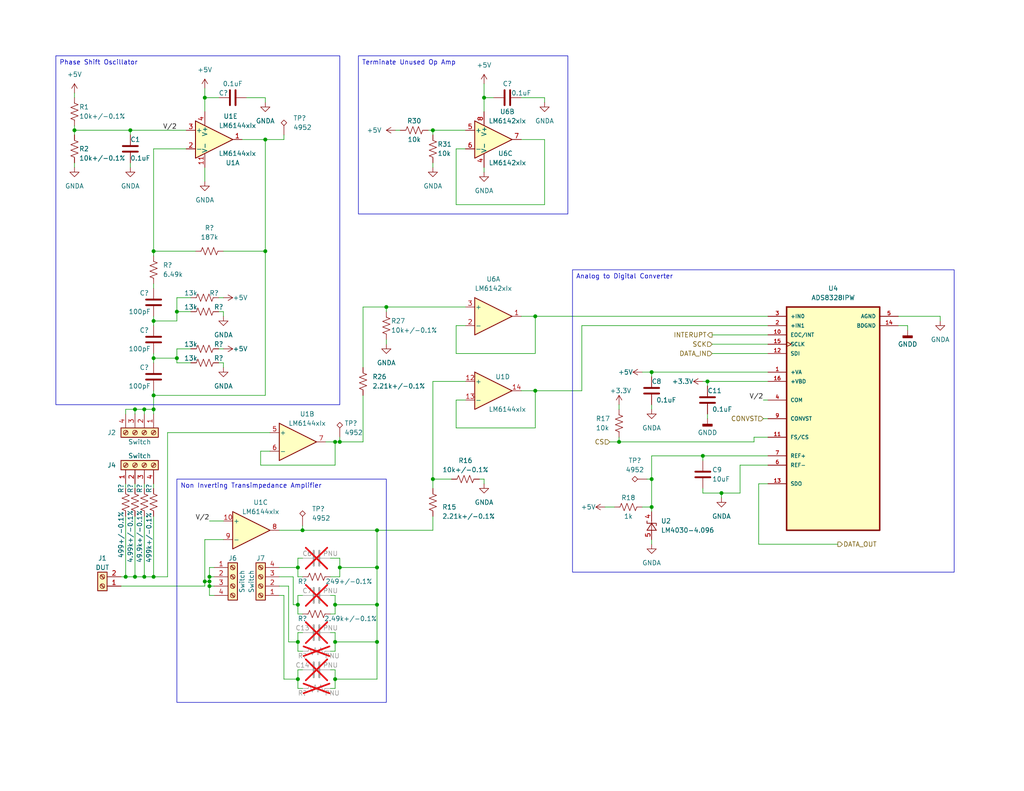
<source format=kicad_sch>
(kicad_sch (version 20230121) (generator eeschema)
  (paper "A")
  (title_block (title "LCR Meter Analog Front End") (date "2023-12-20") (rev "1") (comment 1 "All resistors are 1% tolerance unless shown otherwire.") (comment 2 "Marek Newton"))
  (lib_symbols
    (symbol "Amplifier_Operational:LM6142xIx" (pin_names (offset 0.127))
      (property "Reference" "U" (at 0 5.08 0))
      (property "Value" "LM6142xIx" (at 0 -5.08 0))
      (symbol "LM6142xIx_1_1"
        (pin output line (at 7.62 0 180) (length 2.54) (name "~") (number "1"))
        (pin input line (at -7.62 -2.54 0) (length 2.54) (name "-") (number "2"))
        (pin input line (at -7.62 2.54 0) (length 2.54) (name "+") (number "3"))
      )
      (symbol "LM6142xIx_2_1"
        (pin input line (at -7.62 2.54 0) (length 2.54) (name "+") (number "5"))
        (pin input line (at -7.62 -2.54 0) (length 2.54) (name "-") (number "6"))
        (pin output line (at 7.62 0 180) (length 2.54) (name "~") (number "7"))
      )
      (symbol "LM6142xIx_3_1"
        (pin power_in line (at -2.54 -7.62 90) (length 3.81) (name "V-") (number "4"))
        (pin power_in line (at -2.54 7.62 270) (length 3.81) (name "V+") (number "8"))
      )
    )
    (symbol "Amplifier_Operational:LM6144xIx" (pin_names (offset 0.127))
      (property "Reference" "U" (at 0 5.08 0))
      (property "Value" "LM6144xIx" (at 0 -5.08 0))
      (symbol "LM6144xIx_1_1"
        (pin output line (at 7.62 0 180) (length 2.54) (name "~") (number "1"))
        (pin input line (at -7.62 -2.54 0) (length 2.54) (name "-") (number "2"))
        (pin input line (at -7.62 2.54 0) (length 2.54) (name "+") (number "3"))
      )
      (symbol "LM6144xIx_2_1"
        (pin input line (at -7.62 2.54 0) (length 2.54) (name "+") (number "5"))
        (pin input line (at -7.62 -2.54 0) (length 2.54) (name "-") (number "6"))
        (pin output line (at 7.62 0 180) (length 2.54) (name "~") (number "7"))
      )
      (symbol "LM6144xIx_3_1"
        (pin input line (at -7.62 2.54 0) (length 2.54) (name "+") (number "10"))
        (pin output line (at 7.62 0 180) (length 2.54) (name "~") (number "8"))
        (pin input line (at -7.62 -2.54 0) (length 2.54) (name "-") (number "9"))
      )
      (symbol "LM6144xIx_4_1"
        (pin input line (at -7.62 2.54 0) (length 2.54) (name "+") (number "12"))
        (pin input line (at -7.62 -2.54 0) (length 2.54) (name "-") (number "13"))
        (pin output line (at 7.62 0 180) (length 2.54) (name "~") (number "14"))
      )
      (symbol "LM6144xIx_5_1"
        (pin power_in line (at -2.54 -7.62 90) (length 3.81) (name "V-") (number "11"))
        (pin power_in line (at -2.54 7.62 270) (length 3.81) (name "V+") (number "4"))
      )
    )
    (symbol "Connector:Screw_Terminal_01x02" (pin_names (offset 1.016) hide)
      (property "Reference" "J" (at 0 2.54 0))
      (property "Value" "Screw_Terminal_01x02" (at 0 -5.08 0))
      (symbol "Screw_Terminal_01x02_1_1"
        (pin passive line (at -5.08 0 0) (length 3.81) (name "Pin_1") (number "1"))
        (pin passive line (at -5.08 -2.54 0) (length 3.81) (name "Pin_2") (number "2"))
      )
    )
    (symbol "Connector:Screw_Terminal_01x04" (pin_names (offset 1.016) hide)
      (property "Reference" "J" (at 0 5.08 0))
      (property "Value" "Screw_Terminal_01x04" (at 0 -7.62 0))
      (symbol "Screw_Terminal_01x04_1_1"
        (pin passive line (at -5.08 2.54 0) (length 3.81) (name "Pin_1") (number "1"))
        (pin passive line (at -5.08 0 0) (length 3.81) (name "Pin_2") (number "2"))
        (pin passive line (at -5.08 -2.54 0) (length 3.81) (name "Pin_3") (number "3"))
        (pin passive line (at -5.08 -5.08 0) (length 3.81) (name "Pin_4") (number "4"))
      )
    )
    (symbol "Connector:TestPoint_Alt" (pin_numbers hide) (pin_names (offset 0.762) hide)
      (property "Reference" "TP" (at 0 6.858 0))
      (property "Value" "TestPoint_Alt" (at 0 5.08 0))
      (symbol "TestPoint_Alt_1_1"
        (pin passive line (at 0 0 90) (length 2.54) (name "1") (number "1"))
      )
    )
    (symbol "Device:C" (pin_numbers hide) (pin_names (offset 0.254))
      (property "Reference" "C" (at 0.635 2.54 0))
      (property "Value" "C" (at 0.635 -2.54 0))
      (symbol "C_1_1"
        (pin passive line (at 0 3.81 270) (length 2.794) (name "~") (number "1"))
        (pin passive line (at 0 -3.81 90) (length 2.794) (name "~") (number "2"))
      )
    )
    (symbol "Device:R_US" (pin_numbers hide) (pin_names (offset 0))
      (property "Reference" "R" (at 2.54 0 90))
      (property "Value" "R_US" (at -2.54 0 90))
      (symbol "R_US_1_1"
        (pin passive line (at 0 3.81 270) (length 1.27) (name "~") (number "1"))
        (pin passive line (at 0 -3.81 90) (length 1.27) (name "~") (number "2"))
      )
    )
    (symbol "LCR_parts:ADS8328IPW" (pin_names (offset 1.016))
      (property "Reference" "U" (at -12.7 31.48 0))
      (property "Value" "ADS8328IPW" (at -12.7 -34.48 0))
      (symbol "ADS8328IPW_0_0"
        (pin input line (at -17.78 22.86 0) (length 5.08) (name "EOC/INT") (number "10"))
        (pin bidirectional line (at -17.78 -5.08 0) (length 5.08) (name "FS/CS") (number "11"))
        (pin input line (at -17.78 17.78 0) (length 5.08) (name "SDI") (number "12"))
        (pin bidirectional line (at -17.78 -17.78 0) (length 5.08) (name "SDO") (number "13"))
        (pin power_in line (at 17.78 25.4 180) (length 5.08) (name "BDGND") (number "14"))
        (pin input clock (at -17.78 20.32 0) (length 5.08) (name "SCLK") (number "15"))
        (pin input line (at -17.78 25.4 0) (length 5.08) (name "+IN1") (number "2"))
        (pin input line (at -17.78 27.94 0) (length 5.08) (name "+IN0") (number "3"))
        (pin bidirectional line (at -17.78 5.08 0) (length 5.08) (name "COM") (number "4"))
        (pin power_in line (at 17.78 27.94 180) (length 5.08) (name "AGND") (number "5"))
        (pin bidirectional line (at -17.78 -10.16 0) (length 5.08) (name "REF+") (number "7"))
        (pin bidirectional line (at -17.78 0 0) (length 5.08) (name "CONVST") (number "9"))
      )
      (symbol "ADS8328IPW_1_0"
        (pin input line (at -17.78 12.7 0) (length 5.08) (name "+VA") (number "1"))
        (pin input line (at -17.78 10.16 0) (length 5.08) (name "+VBD") (number "16"))
        (pin input line (at -17.78 -12.7 0) (length 5.08) (name "REF-") (number "6"))
      )
    )
    (symbol "Reference_Voltage:LM4030-4.096" (pin_names (offset 0.0254) hide)
      (property "Reference" "U" (at 0 2.54 0))
      (property "Value" "LM4030-4.096" (at 0 -3.175 0))
      (symbol "LM4030-4.096_1_1"
        (pin passive line (at 3.81 0 180) (length 2.54) (name "K") (number "4"))
        (pin passive line (at -3.81 0 0) (length 2.54) (name "A") (number "5"))
      )
    )
    (symbol "power:+3.3V" (power) (pin_names (offset 0))
      (property "Value" "+3.3V" (at 0 3.556 0))
      (symbol "+3.3V_1_1"
        (pin power_in line (at 0 0 90) (length 0) hide (name "+3.3V") (number "1"))
      )
    )
    (symbol "power:+5V" (power) (pin_names (offset 0))
      (property "Value" "+5V" (at 0 3.556 0))
      (symbol "+5V_1_1"
        (pin power_in line (at 0 0 90) (length 0) hide (name "+5V") (number "1"))
      )
    )
    (symbol "power:GNDA" (power) (pin_names (offset 0))
      (property "Value" "GNDA" (at 0 -3.81 0))
      (symbol "GNDA_1_1"
        (pin power_in line (at 0 0 270) (length 0) hide (name "GNDA") (number "1"))
      )
    )
    (symbol "power:GNDD" (power) (pin_names (offset 0))
      (property "Value" "GNDD" (at 0 -3.175 0))
      (symbol "GNDD_1_1"
        (pin power_in line (at 0 0 270) (length 0) hide (name "GNDD") (number "1"))
      )
    )
  )
  (junction (at 102.87 175.26))
  (junction (at 48.26 85.09))
  (junction (at 132.08 26.67))
  (junction (at 41.91 111.76))
  (junction (at 39.37 157.48))
  (junction (at 34.29 157.48))
  (junction (at 36.83 157.48))
  (junction (at 92.71 154.94))
  (junction (at 92.71 120.65))
  (junction (at 102.87 144.78))
  (junction (at 105.41 83.82))
  (junction (at 20.32 35.56))
  (junction (at 41.91 97.79))
  (junction (at 57.15 158.75))
  (junction (at 191.77 124.46))
  (junction (at 146.05 106.68))
  (junction (at 36.83 111.76))
  (junction (at 72.39 68.58))
  (junction (at 48.26 97.79))
  (junction (at 57.15 157.48))
  (junction (at 118.11 35.56))
  (junction (at 41.91 107.95))
  (junction (at 81.28 154.94))
  (junction (at 41.91 87.63))
  (junction (at 102.87 165.1))
  (junction (at 35.56 35.56))
  (junction (at 102.87 154.94))
  (junction (at 39.37 111.76))
  (junction (at 177.8 130.81))
  (junction (at 91.44 120.65))
  (junction (at 41.91 157.48))
  (junction (at 177.8 138.43))
  (junction (at 55.88 158.75))
  (junction (at 177.8 101.6))
  (junction (at 193.04 104.14))
  (junction (at 91.44 165.1))
  (junction (at 81.28 185.42))
  (junction (at 118.11 130.81))
  (junction (at 91.44 175.26))
  (junction (at 72.39 38.1))
  (junction (at 146.05 86.36))
  (junction (at 168.91 120.65))
  (junction (at 81.28 175.26))
  (junction (at 82.55 144.78))
  (junction (at 196.85 134.62))
  (junction (at 41.91 68.58))
  (junction (at 57.15 160.02))
  (junction (at 81.28 165.1))
  (junction (at 91.44 185.42))
  (junction (at 55.88 26.67))
  (wire (pts (xy 81.28 172.72) (xy 82.55 172.72)))
  (wire (pts (xy 41.91 40.64) (xy 41.91 68.58)))
  (wire (pts (xy 245.11 86.36) (xy 256.54 86.36)))
  (wire (pts (xy 193.04 113.03) (xy 193.04 114.3)))
  (wire (pts (xy 90.17 162.56) (xy 91.44 162.56)))
  (wire (pts (xy 41.91 68.58) (xy 41.91 69.85)))
  (wire (pts (xy 35.56 44.45) (xy 35.56 45.72)))
  (wire (pts (xy 91.44 165.1) (xy 91.44 167.64)))
  (wire (pts (xy 34.29 113.03) (xy 34.29 111.76)))
  (wire (pts (xy 142.24 106.68) (xy 146.05 106.68)))
  (wire (pts (xy 99.06 120.65) (xy 99.06 107.95)))
  (wire (pts (xy 72.39 68.58) (xy 72.39 38.1)))
  (wire (pts (xy 90.17 172.72) (xy 91.44 172.72)))
  (wire (pts (xy 207.01 148.59) (xy 228.6 148.59)))
  (wire (pts (xy 124.46 96.52) (xy 146.05 96.52)))
  (wire (pts (xy 127 88.9) (xy 124.46 88.9)))
  (wire (pts (xy 177.8 138.43) (xy 177.8 130.81)))
  (wire (pts (xy 175.26 138.43) (xy 177.8 138.43)))
  (wire (pts (xy 66.04 38.1) (xy 72.39 38.1)))
  (wire (pts (xy 146.05 106.68) (xy 158.75 106.68)))
  (wire (pts (xy 102.87 185.42) (xy 102.87 175.26)))
  (wire (pts (xy 39.37 157.48) (xy 36.83 157.48)))
  (wire (pts (xy 118.11 35.56) (xy 118.11 36.83)))
  (wire (pts (xy 92.71 152.4) (xy 92.71 154.94)))
  (wire (pts (xy 57.15 160.02) (xy 57.15 162.56)))
  (wire (pts (xy 71.12 123.19) (xy 71.12 127)))
  (wire (pts (xy 193.04 104.14) (xy 209.55 104.14)))
  (wire (pts (xy 91.44 175.26) (xy 91.44 177.8)))
  (wire (pts (xy 55.88 45.72) (xy 55.88 49.53)))
  (wire (pts (xy 48.26 97.79) (xy 48.26 95.25)))
  (wire (pts (xy 41.91 96.52) (xy 41.91 97.79)))
  (wire (pts (xy 57.15 158.75) (xy 57.15 160.02)))
  (wire (pts (xy 209.55 119.38) (xy 205.74 119.38)))
  (wire (pts (xy 41.91 68.58) (xy 53.34 68.58)))
  (wire (pts (xy 34.29 157.48) (xy 36.83 157.48)))
  (wire (pts (xy 205.74 120.65) (xy 205.74 119.38)))
  (wire (pts (xy 41.91 87.63) (xy 41.91 88.9)))
  (wire (pts (xy 90.17 187.96) (xy 91.44 187.96)))
  (wire (pts (xy 78.74 160.02) (xy 78.74 175.26)))
  (wire (pts (xy 39.37 111.76) (xy 36.83 111.76)))
  (wire (pts (xy 201.93 127) (xy 209.55 127)))
  (wire (pts (xy 55.88 147.32) (xy 60.96 147.32)))
  (wire (pts (xy 81.28 152.4) (xy 82.55 152.4)))
  (wire (pts (xy 52.07 85.09) (xy 48.26 85.09)))
  (wire (pts (xy 72.39 38.1) (xy 77.47 38.1)))
  (wire (pts (xy 41.91 97.79) (xy 48.26 97.79)))
  (wire (pts (xy 177.8 124.46) (xy 191.77 124.46)))
  (wire (pts (xy 148.59 38.1) (xy 142.24 38.1)))
  (wire (pts (xy 57.15 157.48) (xy 57.15 158.75)))
  (wire (pts (xy 82.55 144.78) (xy 102.87 144.78)))
  (wire (pts (xy 72.39 68.58) (xy 72.39 107.95)))
  (wire (pts (xy 194.31 91.44) (xy 209.55 91.44)))
  (wire (pts (xy 207.01 132.08) (xy 207.01 148.59)))
  (wire (pts (xy 81.28 182.88) (xy 81.28 185.42)))
  (wire (pts (xy 146.05 86.36) (xy 142.24 86.36)))
  (wire (pts (xy 48.26 87.63) (xy 48.26 85.09)))
  (wire (pts (xy 39.37 157.48) (xy 41.91 157.48)))
  (wire (pts (xy 76.2 157.48) (xy 80.01 157.48)))
  (wire (pts (xy 91.44 185.42) (xy 91.44 187.96)))
  (wire (pts (xy 57.15 142.24) (xy 60.96 142.24)))
  (wire (pts (xy 20.32 34.29) (xy 20.32 35.56)))
  (wire (pts (xy 99.06 83.82) (xy 99.06 100.33)))
  (wire (pts (xy 34.29 111.76) (xy 36.83 111.76)))
  (wire (pts (xy 102.87 154.94) (xy 102.87 165.1)))
  (wire (pts (xy 91.44 185.42) (xy 102.87 185.42)))
  (wire (pts (xy 105.41 83.82) (xy 105.41 85.09)))
  (wire (pts (xy 41.91 77.47) (xy 41.91 78.74)))
  (wire (pts (xy 71.12 127) (xy 91.44 127)))
  (wire (pts (xy 82.55 167.64) (xy 81.28 167.64)))
  (wire (pts (xy 55.88 24.13) (xy 55.88 26.67)))
  (wire (pts (xy 124.46 88.9) (xy 124.46 96.52)))
  (wire (pts (xy 81.28 162.56) (xy 81.28 165.1)))
  (wire (pts (xy 35.56 35.56) (xy 35.56 36.83)))
  (wire (pts (xy 41.91 87.63) (xy 48.26 87.63)))
  (wire (pts (xy 59.69 81.28) (xy 60.96 81.28)))
  (wire (pts (xy 81.28 177.8) (xy 82.55 177.8)))
  (wire (pts (xy 92.71 119.38) (xy 92.71 120.65)))
  (wire (pts (xy 247.65 88.9) (xy 247.65 90.17)))
  (wire (pts (xy 148.59 26.67) (xy 148.59 27.94)))
  (wire (pts (xy 48.26 85.09) (xy 48.26 81.28)))
  (wire (pts (xy 41.91 106.68) (xy 41.91 107.95)))
  (wire (pts (xy 41.91 132.08) (xy 41.91 133.35)))
  (wire (pts (xy 132.08 45.72) (xy 132.08 46.99)))
  (wire (pts (xy 59.69 99.06) (xy 60.96 99.06)))
  (wire (pts (xy 81.28 165.1) (xy 81.28 167.64)))
  (wire (pts (xy 78.74 175.26) (xy 81.28 175.26)))
  (wire (pts (xy 35.56 35.56) (xy 50.8 35.56)))
  (wire (pts (xy 36.83 140.97) (xy 36.83 157.48)))
  (wire (pts (xy 90.17 152.4) (xy 92.71 152.4)))
  (wire (pts (xy 45.72 157.48) (xy 45.72 118.11)))
  (wire (pts (xy 39.37 113.03) (xy 39.37 111.76)))
  (wire (pts (xy 81.28 175.26) (xy 81.28 177.8)))
  (wire (pts (xy 124.46 55.88) (xy 148.59 55.88)))
  (wire (pts (xy 92.71 154.94) (xy 102.87 154.94)))
  (wire (pts (xy 41.91 86.36) (xy 41.91 87.63)))
  (wire (pts (xy 177.8 110.49) (xy 177.8 111.76)))
  (wire (pts (xy 57.15 157.48) (xy 58.42 157.48)))
  (wire (pts (xy 76.2 154.94) (xy 81.28 154.94)))
  (wire (pts (xy 48.26 95.25) (xy 52.07 95.25)))
  (wire (pts (xy 127 83.82) (xy 105.41 83.82)))
  (wire (pts (xy 105.41 92.71) (xy 105.41 93.98)))
  (wire (pts (xy 193.04 104.14) (xy 193.04 105.41)))
  (wire (pts (xy 168.91 120.65) (xy 205.74 120.65)))
  (wire (pts (xy 177.8 101.6) (xy 177.8 102.87)))
  (wire (pts (xy 77.47 185.42) (xy 81.28 185.42)))
  (wire (pts (xy 55.88 158.75) (xy 55.88 147.32)))
  (wire (pts (xy 20.32 44.45) (xy 20.32 45.72)))
  (wire (pts (xy 142.24 26.67) (xy 148.59 26.67)))
  (wire (pts (xy 91.44 127) (xy 91.44 120.65)))
  (wire (pts (xy 118.11 144.78) (xy 118.11 140.97)))
  (wire (pts (xy 77.47 38.1) (xy 77.47 36.83)))
  (wire (pts (xy 36.83 111.76) (xy 36.83 113.03)))
  (wire (pts (xy 48.26 81.28) (xy 52.07 81.28)))
  (wire (pts (xy 41.91 113.03) (xy 41.91 111.76)))
  (wire (pts (xy 90.17 182.88) (xy 91.44 182.88)))
  (wire (pts (xy 91.44 120.65) (xy 92.71 120.65)))
  (wire (pts (xy 102.87 144.78) (xy 102.87 154.94)))
  (wire (pts (xy 209.55 132.08) (xy 207.01 132.08)))
  (wire (pts (xy 41.91 107.95) (xy 41.91 111.76)))
  (wire (pts (xy 92.71 154.94) (xy 92.71 157.48)))
  (wire (pts (xy 90.17 157.48) (xy 92.71 157.48)))
  (wire (pts (xy 36.83 132.08) (xy 36.83 133.35)))
  (wire (pts (xy 245.11 88.9) (xy 247.65 88.9)))
  (wire (pts (xy 73.66 123.19) (xy 71.12 123.19)))
  (wire (pts (xy 124.46 109.22) (xy 124.46 116.84)))
  (wire (pts (xy 158.75 106.68) (xy 158.75 88.9)))
  (wire (pts (xy 209.55 93.98) (xy 194.31 93.98)))
  (wire (pts (xy 146.05 116.84) (xy 146.05 106.68)))
  (wire (pts (xy 132.08 22.86) (xy 132.08 26.67)))
  (wire (pts (xy 41.91 111.76) (xy 39.37 111.76)))
  (wire (pts (xy 191.77 124.46) (xy 191.77 125.73)))
  (wire (pts (xy 124.46 40.64) (xy 124.46 55.88)))
  (wire (pts (xy 132.08 26.67) (xy 132.08 30.48)))
  (wire (pts (xy 148.59 55.88) (xy 148.59 38.1)))
  (wire (pts (xy 45.72 118.11) (xy 73.66 118.11)))
  (wire (pts (xy 107.95 35.56) (xy 109.22 35.56)))
  (wire (pts (xy 91.44 182.88) (xy 91.44 185.42)))
  (wire (pts (xy 209.55 101.6) (xy 177.8 101.6)))
  (wire (pts (xy 118.11 130.81) (xy 123.19 130.81)))
  (wire (pts (xy 118.11 133.35) (xy 118.11 130.81)))
  (wire (pts (xy 81.28 185.42) (xy 81.28 187.96)))
  (wire (pts (xy 175.26 101.6) (xy 177.8 101.6)))
  (wire (pts (xy 57.15 162.56) (xy 58.42 162.56)))
  (wire (pts (xy 81.28 157.48) (xy 82.55 157.48)))
  (wire (pts (xy 158.75 88.9) (xy 209.55 88.9)))
  (wire (pts (xy 196.85 134.62) (xy 201.93 134.62)))
  (wire (pts (xy 72.39 27.94) (xy 72.39 26.67)))
  (wire (pts (xy 77.47 162.56) (xy 77.47 185.42)))
  (wire (pts (xy 76.2 160.02) (xy 78.74 160.02)))
  (wire (pts (xy 256.54 86.36) (xy 256.54 87.63)))
  (wire (pts (xy 39.37 140.97) (xy 39.37 157.48)))
  (wire (pts (xy 52.07 99.06) (xy 48.26 99.06)))
  (wire (pts (xy 127 109.22) (xy 124.46 109.22)))
  (wire (pts (xy 67.31 26.67) (xy 72.39 26.67)))
  (wire (pts (xy 50.8 40.64) (xy 41.91 40.64)))
  (wire (pts (xy 60.96 68.58) (xy 72.39 68.58)))
  (wire (pts (xy 55.88 26.67) (xy 59.69 26.67)))
  (wire (pts (xy 165.1 138.43) (xy 167.64 138.43)))
  (wire (pts (xy 124.46 116.84) (xy 146.05 116.84)))
  (wire (pts (xy 177.8 138.43) (xy 177.8 139.7)))
  (wire (pts (xy 209.55 96.52) (xy 194.31 96.52)))
  (wire (pts (xy 177.8 147.32) (xy 177.8 148.59)))
  (wire (pts (xy 118.11 104.14) (xy 127 104.14)))
  (wire (pts (xy 90.17 177.8) (xy 91.44 177.8)))
  (wire (pts (xy 168.91 110.49) (xy 168.91 111.76)))
  (wire (pts (xy 55.88 158.75) (xy 57.15 158.75)))
  (wire (pts (xy 33.02 157.48) (xy 34.29 157.48)))
  (wire (pts (xy 60.96 99.06) (xy 60.96 100.33)))
  (wire (pts (xy 59.69 85.09) (xy 60.96 85.09)))
  (wire (pts (xy 80.01 165.1) (xy 81.28 165.1)))
  (wire (pts (xy 127 40.64) (xy 124.46 40.64)))
  (wire (pts (xy 168.91 119.38) (xy 168.91 120.65)))
  (wire (pts (xy 55.88 26.67) (xy 55.88 30.48)))
  (wire (pts (xy 81.28 157.48) (xy 81.28 154.94)))
  (wire (pts (xy 105.41 83.82) (xy 99.06 83.82)))
  (wire (pts (xy 41.91 107.95) (xy 72.39 107.95)))
  (wire (pts (xy 177.8 130.81) (xy 177.8 124.46)))
  (wire (pts (xy 82.55 143.51) (xy 82.55 144.78)))
  (wire (pts (xy 76.2 144.78) (xy 82.55 144.78)))
  (wire (pts (xy 76.2 162.56) (xy 77.47 162.56)))
  (wire (pts (xy 82.55 187.96) (xy 81.28 187.96)))
  (wire (pts (xy 88.9 120.65) (xy 91.44 120.65)))
  (wire (pts (xy 81.28 182.88) (xy 82.55 182.88)))
  (wire (pts (xy 60.96 85.09) (xy 60.96 86.36)))
  (wire (pts (xy 57.15 154.94) (xy 57.15 157.48)))
  (wire (pts (xy 57.15 160.02) (xy 58.42 160.02)))
  (wire (pts (xy 176.53 130.81) (xy 177.8 130.81)))
  (wire (pts (xy 102.87 144.78) (xy 118.11 144.78)))
  (wire (pts (xy 196.85 134.62) (xy 196.85 135.89)))
  (wire (pts (xy 55.88 160.02) (xy 55.88 158.75)))
  (wire (pts (xy 20.32 35.56) (xy 35.56 35.56)))
  (wire (pts (xy 191.77 133.35) (xy 191.77 134.62)))
  (wire (pts (xy 90.17 167.64) (xy 91.44 167.64)))
  (wire (pts (xy 146.05 96.52) (xy 146.05 86.36)))
  (wire (pts (xy 20.32 25.4) (xy 20.32 26.67)))
  (wire (pts (xy 41.91 140.97) (xy 41.91 157.48)))
  (wire (pts (xy 166.37 120.65) (xy 168.91 120.65)))
  (wire (pts (xy 191.77 134.62) (xy 196.85 134.62)))
  (wire (pts (xy 34.29 140.97) (xy 34.29 157.48)))
  (wire (pts (xy 132.08 130.81) (xy 132.08 132.08)))
  (wire (pts (xy 91.44 172.72) (xy 91.44 175.26)))
  (wire (pts (xy 81.28 172.72) (xy 81.28 175.26)))
  (wire (pts (xy 191.77 124.46) (xy 209.55 124.46)))
  (wire (pts (xy 81.28 154.94) (xy 81.28 152.4)))
  (wire (pts (xy 118.11 44.45) (xy 118.11 45.72)))
  (wire (pts (xy 48.26 99.06) (xy 48.26 97.79)))
  (wire (pts (xy 33.02 160.02) (xy 55.88 160.02)))
  (wire (pts (xy 41.91 97.79) (xy 41.91 99.06)))
  (wire (pts (xy 132.08 26.67) (xy 134.62 26.67)))
  (wire (pts (xy 81.28 162.56) (xy 82.55 162.56)))
  (wire (pts (xy 118.11 35.56) (xy 127 35.56)))
  (wire (pts (xy 59.69 95.25) (xy 60.96 95.25)))
  (wire (pts (xy 130.81 130.81) (xy 132.08 130.81)))
  (wire (pts (xy 58.42 154.94) (xy 57.15 154.94)))
  (wire (pts (xy 146.05 86.36) (xy 209.55 86.36)))
  (wire (pts (xy 80.01 157.48) (xy 80.01 165.1)))
  (wire (pts (xy 191.77 104.14) (xy 193.04 104.14)))
  (wire (pts (xy 208.28 114.3) (xy 209.55 114.3)))
  (wire (pts (xy 91.44 175.26) (xy 102.87 175.26)))
  (wire (pts (xy 102.87 175.26) (xy 102.87 165.1)))
  (wire (pts (xy 34.29 132.08) (xy 34.29 133.35)))
  (wire (pts (xy 118.11 130.81) (xy 118.11 104.14)))
  (wire (pts (xy 39.37 132.08) (xy 39.37 133.35)))
  (wire (pts (xy 116.84 35.56) (xy 118.11 35.56)))
  (wire (pts (xy 20.32 35.56) (xy 20.32 36.83)))
  (wire (pts (xy 201.93 134.62) (xy 201.93 127)))
  (wire (pts (xy 41.91 157.48) (xy 45.72 157.48)))
  (wire (pts (xy 92.71 120.65) (xy 99.06 120.65)))
  (wire (pts (xy 208.28 109.22) (xy 209.55 109.22)))
  (wire (pts (xy 91.44 165.1) (xy 102.87 165.1)))
  (wire (pts (xy 91.44 162.56) (xy 91.44 165.1)))
  (text_box "Phase Shift Oscillator" (at 15.24 15.24 0) (size 77.47 95.25) (effects (font (size 1.27 1.27)) (justify left top)))
  (text_box "Non Inverting Transimpedance Amplifier" (at 48.26 130.81 0) (size 57.15 60.96) (effects (font (size 1.27 1.27)) (justify left top)))
  (text_box "Terminate Unused Op Amp" (at 97.79 15.24 0) (size 57.15 43.18) (effects (font (size 1.27 1.27)) (justify left top)))
  (text_box "Analog to Digital Converter" (at 156.21 73.66 0) (size 104.14 82.55) (effects (font (size 1.27 1.27)) (justify left top)))
  (label "V{slash}2" (at 57.15 142.24 180))
  (label "V{slash}2" (at 44.45 35.56 0))
  (label "V{slash}2" (at 208.28 109.22 180))
  (hierarchical_label "CS" (shape input) (at 166.37 120.65 180))
  (hierarchical_label "CONVST" (shape input) (at 208.28 114.3 180))
  (hierarchical_label "INTERUPT" (shape output) (at 194.31 91.44 180))
  (hierarchical_label "SCK" (shape input) (at 194.31 93.98 180))
  (hierarchical_label "DATA_OUT" (shape output) (at 228.6 148.59 0))
  (hierarchical_label "DATA_IN" (shape input) (at 194.31 96.52 180))
  (symbol (lib_id "Connector:Screw_Terminal_01x04") (at 36.83 127 90) (unit 1)
    (property "Reference" "J4" (at 30.48 127 90))
    (property "Value" "Switch" (at 38.1 124.46 90))
    (property "Footprint" "TerminalBlock_Phoenix:TerminalBlock_Phoenix_MPT-0,5-4-2.54_1x04_P2.54mm_Horizontal" (effects hide))
    (property "Distributor" "DIGIKEY" (effects hide))
    (property "Distributor Part #" "ED10563-ND" (effects hide))
    (property "Part #" "OSTVN04A150" (effects hide))
    (property "Unit Price" "1.64" (effects hide))
  )
  (symbol (lib_id "power:GNDA") (at 55.88 49.53 0) (unit 1)
    (property "Reference" "#PWR05" (effects hide))
    (property "Value" "GNDA" (at 55.88 54.61 0))
  )
  (symbol (lib_id "Device:R_US") (at 20.32 40.64 0) (unit 1)
    (property "Reference" "R2" (at 21.59 40.64 0) (effects (justify left)))
    (property "Value" "10k+/-0.1%" (at 21.59 43.18 0) (effects (justify left)))
    (property "Footprint" "Resistor_SMD:R_0805_2012Metric" (effects hide))
    (property "Distributor" "DIGIKEY" (effects hide))
    (property "Distributor Part #" "P10KDACT-ND" (effects hide))
    (property "Part #" "ERA-6AEB103V" (effects hide))
    (property "Unit Price" "0.32" (effects hide))
  )
  (symbol (lib_id "power:GNDA") (at 60.96 100.33 0) (unit 1)
    (property "Reference" "#PWR09" (effects hide))
    (property "Value" "GNDA" (at 60.96 105.41 0))
  )
  (symbol (lib_id "Reference_Voltage:LM4030-4.096") (at 177.8 143.51 90) (unit 1)
    (property "Reference" "U2" (at 180.34 142.24 90) (effects (justify right)))
    (property "Value" "LM4030-4.096" (at 180.34 144.78 90) (effects (justify right)))
    (property "Footprint" "Package_TO_SOT_SMD:SOT-23-5" (effects hide))
    (property "Datasheet" "http://www.ti.com/lit/ds/symlink/lm4030.pdf" (effects hide))
    (property "Distributor" "DIGIKEY" (effects hide))
    (property "Distributor Part #" "296-41427-1-ND" (effects hide))
    (property "Part #" "LM4030CMF-4.096/NOPB" (effects hide))
    (property "Unit Price" "1.7" (effects hide))
  )
  (symbol (lib_id "Amplifier_Operational:LM6142xIx") (at 134.62 38.1 0) (unit 2)
    (property "Reference" "U6" (at 138.43 30.48 0))
    (property "Value" "LM6142xIx" (at 138.43 33.02 0))
    (property "Footprint" "Package_DIP:DIP-8_W7.62mm" (effects hide))
    (property "Datasheet" "https://www.ti.com/lit/ds/symlink/lm6142.pdf" (effects hide))
    (property "Distributor" "MOUSER" (effects hide))
    (property "Distributor Part #" " 926-LM6142BIN/NOPB " (effects hide))
    (property "Part #" "LM6142BIN/NOPB " (effects hide))
    (property "Unit Price" "5.58" (effects hide))
  )
  (symbol (lib_id "power:GNDA") (at 256.54 87.63 0) (unit 1)
    (property "Reference" "#PWR039" (effects hide))
    (property "Value" "GNDA" (at 256.54 92.71 0))
  )
  (symbol (lib_id "Device:C") (at 63.5 26.67 90) (unit 1)
    (property "Reference" "C?" (at 60.96 25.4 90))
    (property "Value" "0.1uF" (at 63.5 22.86 90))
    (property "Footprint" "Capacitor_SMD:C_0805_2012Metric" (effects hide))
    (property "Distributor" "DIGIKEY" (effects hide))
    (property "Distributor Part #" "1276-1003-1-ND" (effects hide))
    (property "Part #" "CL21B104KBCNNNC" (effects hide))
    (property "Unit Price" "0.1" (effects hide))
    (instances (project "LC_meter" (path "" (reference "C?") (unit 1)) (path "" (reference "C5") (unit 1))))
  )
  (symbol (lib_id "power:+3.3V") (at 168.91 110.49 0) (unit 1)
    (property "Reference" "#PWR018" (effects hide))
    (property "Value" "+3.3V" (at 166.37 106.68 0) (effects (justify left)))
  )
  (symbol (lib_id "power:GNDD") (at 247.65 90.17 0) (unit 1)
    (property "Reference" "#PWR038" (effects hide))
    (property "Value" "GNDD" (at 247.65 93.98 0))
  )
  (symbol (lib_id "Device:C") (at 86.36 152.4 90) (unit 1) (dnp yes)
    (property "Reference" "C6" (at 83.82 151.13 90))
    (property "Value" "PNU" (at 90.17 151.13 90))
    (property "Footprint" "Capacitor_SMD:C_0805_2012Metric" (effects hide))
    (property "Distributor" "N/A" (effects hide))
    (property "Distributor Part #" "N/A" (effects hide))
    (property "Part #" "N/A" (effects hide))
    (property "Price" "N/A" (effects hide))
    (property "Unit Price" "N/A" (effects hide))
  )
  (symbol (lib_id "power:GNDA") (at 132.08 132.08 0) (unit 1)
    (property "Reference" "#PWR016" (effects hide))
    (property "Value" "GNDA" (at 132.08 137.16 0))
  )
  (symbol (lib_id "power:GNDA") (at 20.32 45.72 0) (unit 1)
    (property "Reference" "#PWR02" (effects hide))
    (property "Value" "GNDA" (at 20.32 50.8 0))
  )
  (symbol (lib_id "Device:R_US") (at 118.11 40.64 180) (unit 1)
    (property "Reference" "R31" (at 119.38 39.37 0) (effects (justify right)))
    (property "Value" "10k" (at 119.38 41.91 0) (effects (justify right)))
    (property "Footprint" "Resistor_SMD:R_0805_2012Metric" (effects hide))
    (property "Distributor" "DIGIKEY" (effects hide))
    (property "Distributor Part #" "RMCF0805FT10K0CT-ND" (effects hide))
    (property "Part #" "RMCF0805FT10K0" (effects hide))
    (property "Unit Price" "0.1" (effects hide))
  )
  (symbol (lib_id "Device:R_US") (at 57.15 68.58 90) (unit 1)
    (property "Reference" "R?" (at 57.15 62.23 90))
    (property "Value" "187k" (at 57.15 64.77 90))
    (property "Footprint" "Resistor_SMD:R_0805_2012Metric" (effects hide))
    (property "Distributor" "DIGIKEY" (effects hide))
    (property "Distributor Part #" "738-RMCF0805FT187KCT-ND" (effects hide))
    (property "Part #" "RMCF0805FT187K" (effects hide))
    (property "Unit Price" "0.1" (effects hide))
    (instances (project "LC_meter" (path "" (reference "R?") (unit 1)) (path "" (reference "R12") (unit 1))))
  )
  (symbol (lib_id "Device:C") (at 35.56 40.64 0) (unit 1)
    (property "Reference" "C1" (at 35.56 38.1 0) (effects (justify left)))
    (property "Value" "0.1uF" (at 35.56 43.18 0) (effects (justify left)))
    (property "Footprint" "Capacitor_SMD:C_0805_2012Metric" (effects hide))
    (property "Distributor" "DIGIKEY" (effects hide))
    (property "Distributor Part #" "1276-1003-1-ND" (effects hide))
    (property "Part #" "CL21B104KBCNNNC" (effects hide))
    (property "Unit Price" "0.1" (effects hide))
  )
  (symbol (lib_id "Connector:Screw_Terminal_01x02") (at 27.94 160.02 180) (unit 1)
    (property "Reference" "J1" (at 27.94 152.4 0))
    (property "Value" "DUT" (at 27.94 154.94 0))
    (property "Footprint" "TerminalBlock_Phoenix:TerminalBlock_Phoenix_MPT-0,5-2-2.54_1x02_P2.54mm_Horizontal" (effects hide))
    (property "Distributor" "DIGIKEY" (effects hide))
    (property "Distributor Part #" "ED10561-ND" (effects hide))
    (property "Part #" "OSTVN02A150" (effects hide))
    (property "Unit Price" "1.08" (effects hide))
  )
  (symbol (lib_id "Device:R_US") (at 55.88 85.09 90) (unit 1)
    (property "Reference" "R?" (at 59.69 83.82 90))
    (property "Value" "13k" (at 52.07 83.82 90))
    (property "Footprint" "Resistor_SMD:R_0805_2012Metric" (effects hide))
    (property "Distributor" "DIGIKEY" (effects hide))
    (property "Distributor Part #" "RMCF0805FT13K0CT-ND" (effects hide))
    (property "Part #" "RMCF0805FT13K0" (effects hide))
    (property "Unit Price" "0.1" (effects hide))
    (instances (project "LC_meter" (path "" (reference "R?") (unit 1)) (path "" (reference "R9") (unit 1))))
  )
  (symbol (lib_id "Amplifier_Operational:LM6142xIx") (at 134.62 86.36 0) (unit 1)
    (property "Reference" "U6" (at 134.62 76.2 0))
    (property "Value" "LM6142xIx" (at 134.62 78.74 0))
    (property "Footprint" "Package_DIP:DIP-8_W7.62mm" (effects hide))
    (property "Datasheet" "https://www.ti.com/lit/ds/symlink/lm6142.pdf" (effects hide))
    (property "Distributor" "MOUSER" (effects hide))
    (property "Distributor Part #" " 926-LM6142BIN/NOPB " (effects hide))
    (property "Part #" "LM6142BIN/NOPB " (effects hide))
    (property "Unit Price" "5.58" (effects hide))
  )
  (symbol (lib_id "Amplifier_Operational:LM6144xIx") (at 58.42 38.1 0) (unit 1)
    (property "Reference" "U1" (at 63.5 44.45 0))
    (property "Value" "LM6144xIx" (at 64.77 41.91 0))
    (property "Footprint" "Package_DIP:DIP-14_W7.62mm" (effects hide))
    (property "Datasheet" "https://www.ti.com/lit/ds/symlink/lm6142.pdf" (effects hide))
    (property "Distributor" "DIGIKEY" (effects hide))
    (property "Distributor Part #" "LM6144BIN/NOPB-ND" (effects hide))
    (property "Part #" "LM6144BIN/NOPB" (effects hide))
    (property "Unit Price" "9.01" (effects hide))
  )
  (symbol (lib_id "power:GNDA") (at 196.85 135.89 0) (unit 1)
    (property "Reference" "#PWR025" (effects hide))
    (property "Value" "GNDA" (at 196.85 140.97 0))
  )
  (symbol (lib_id "Device:R_US") (at 113.03 35.56 90) (unit 1)
    (property "Reference" "R30" (at 113.03 33.02 90))
    (property "Value" "10k" (at 113.03 38.1 90))
    (property "Footprint" "Resistor_SMD:R_0805_2012Metric" (effects hide))
    (property "Distributor" "DIGIKEY" (effects hide))
    (property "Distributor Part #" "RMCF0805FT10K0CT-ND" (effects hide))
    (property "Part #" "RMCF0805FT10K0" (effects hide))
    (property "Unit Price" "0.1" (effects hide))
  )
  (symbol (lib_id "power:GNDA") (at 35.56 45.72 0) (unit 1)
    (property "Reference" "#PWR03" (effects hide))
    (property "Value" "GNDA" (at 35.56 50.8 0))
  )
  (symbol (lib_id "Connector:TestPoint_Alt") (at 176.53 130.81 90) (unit 1)
    (property "Reference" "TP?" (at 173.228 125.73 90))
    (property "Value" "4952" (at 173.228 128.27 90))
    (property "Footprint" "Connector_Pin:Pin_D1.2mm_L10.2mm_W2.9mm_FlatFork" (effects hide))
    (property "Distributor" "DIGIKEY" (effects hide))
    (property "Distributor Part #" "36-4952-ND" (effects hide))
    (property "Part #" "4952" (effects hide))
    (property "Unit Price" "0.26" (effects hide))
    (instances (project "LC_meter" (path "" (reference "TP?") (unit 1)) (path "" (reference "TP7") (unit 1))))
  )
  (symbol (lib_id "Amplifier_Operational:LM6142xIx") (at 134.62 38.1 0) (unit 3)
    (property "Reference" "U6" (at 135.89 41.91 0) (effects (justify left)))
    (property "Value" "LM6142xIx" (at 133.35 44.45 0) (effects (justify left)))
    (property "Footprint" "Package_DIP:DIP-8_W7.62mm" (effects hide))
    (property "Datasheet" "https://www.ti.com/lit/ds/symlink/lm6142.pdf" (effects hide))
    (property "Distributor" "MOUSER" (effects hide))
    (property "Distributor Part #" " 926-LM6142BIN/NOPB " (effects hide))
    (property "Part #" "LM6142BIN/NOPB " (effects hide))
    (property "Unit Price" "5.58" (effects hide))
  )
  (symbol (lib_id "Amplifier_Operational:LM6144xIx") (at 58.42 38.1 0) (unit 5)
    (property "Reference" "U1" (at 60.96 31.75 0) (effects (justify left)))
    (property "Value" "LM6144xIx" (at 59.69 34.29 0) (effects (justify left)))
    (property "Footprint" "Package_DIP:DIP-14_W7.62mm" (effects hide))
    (property "Datasheet" "https://www.ti.com/lit/ds/symlink/lm6142.pdf" (effects hide))
    (property "Distributor" "DIGIKEY" (effects hide))
    (property "Distributor Part #" "LM6144BIN/NOPB-ND" (effects hide))
    (property "Part #" "LM6144BIN/NOPB" (effects hide))
    (property "Unit Price" "9.01" (effects hide))
  )
  (symbol (lib_id "Connector:Screw_Terminal_01x04") (at 63.5 157.48 0) (unit 1)
    (property "Reference" "J6" (at 63.5 152.4 0))
    (property "Value" "Switch" (at 66.04 158.75 90))
    (property "Footprint" "TerminalBlock_Phoenix:TerminalBlock_Phoenix_MPT-0,5-4-2.54_1x04_P2.54mm_Horizontal" (effects hide))
    (property "Distributor" "DIGIKEY" (effects hide))
    (property "Distributor Part #" "ED10563-ND" (effects hide))
    (property "Part #" "OSTVN04A150" (effects hide))
    (property "Unit Price" "1.64" (effects hide))
  )
  (symbol (lib_id "Device:R_US") (at 39.37 137.16 0) (unit 1)
    (property "Reference" "R?" (at 38.1 134.62 90) (effects (justify left)))
    (property "Value" "49.9k+/-0.1%" (at 38.1 153.67 90) (effects (justify left)))
    (property "Footprint" "Resistor_SMD:R_0805_2012Metric" (effects hide))
    (property "Distributor" "DIGIKEY" (effects hide))
    (property "Distributor Part #" "P49.9KDACT-ND" (effects hide))
    (property "Part #" "ERA-6AEB4992V" (effects hide))
    (property "Unit Price" "0.32" (effects hide))
    (instances (project "LC_meter" (path "" (reference "R?") (unit 1)) (path "" (reference "R6") (unit 1))))
  )
  (symbol (lib_id "Device:C") (at 193.04 109.22 0) (unit 1)
    (property "Reference" "C11" (at 193.04 106.68 0) (effects (justify left)))
    (property "Value" "0.1uF" (at 194.31 111.76 0) (effects (justify left)))
    (property "Footprint" "Capacitor_SMD:C_0805_2012Metric" (effects hide))
    (property "Distributor" "DIGIKEY" (effects hide))
    (property "Distributor Part #" "1276-1003-1-ND" (effects hide))
    (property "Part #" "CL21B104KBCNNNC" (effects hide))
    (property "Unit Price" "0.1" (effects hide))
  )
  (symbol (lib_id "Device:C") (at 41.91 82.55 180) (unit 1)
    (property "Reference" "C?" (at 39.37 80.01 0))
    (property "Value" "100pF" (at 38.1 85.09 0))
    (property "Footprint" "Capacitor_SMD:C_0805_2012Metric" (effects hide))
    (property "Distributor" "DIGIKEY" (effects hide))
    (property "Distributor Part #" "1276-1261-1-ND" (effects hide))
    (property "Part #" "CL21C101JCANNNC" (effects hide))
    (property "Unit Price" "0.1" (effects hide))
    (instances (project "LC_meter" (path "" (reference "C?") (unit 1)) (path "" (reference "C2") (unit 1))))
  )
  (symbol (lib_id "Device:C") (at 138.43 26.67 90) (unit 1)
    (property "Reference" "C?" (at 138.43 22.86 90))
    (property "Value" "0.1uF" (at 142.24 25.4 90))
    (property "Footprint" "Capacitor_SMD:C_0805_2012Metric" (effects hide))
    (property "Distributor" "DIGIKEY" (effects hide))
    (property "Distributor Part #" "1276-1003-1-ND" (effects hide))
    (property "Part #" "CL21B104KBCNNNC" (effects hide))
    (property "Unit Price" "0.1" (effects hide))
    (instances (project "LC_meter" (path "" (reference "C?") (unit 1)) (path "" (reference "C15") (unit 1))))
  )
  (symbol (lib_id "Device:R_US") (at 55.88 81.28 90) (unit 1)
    (property "Reference" "R?" (at 58.42 80.01 90))
    (property "Value" "13k" (at 52.07 80.01 90))
    (property "Footprint" "Resistor_SMD:R_0805_2012Metric" (effects hide))
    (property "Distributor" "DIGIKEY" (effects hide))
    (property "Distributor Part #" "RMCF0805FT13K0CT-ND" (effects hide))
    (property "Part #" "RMCF0805FT13K0" (effects hide))
    (property "Unit Price" "0.1" (effects hide))
    (instances (project "LC_meter" (path "" (reference "R?") (unit 1)) (path "" (reference "R8") (unit 1))))
  )
  (symbol (lib_id "Device:R_US") (at 20.32 30.48 0) (unit 1)
    (property "Reference" "R1" (at 21.59 29.21 0) (effects (justify left)))
    (property "Value" "10k+/-0.1%" (at 21.59 31.75 0) (effects (justify left)))
    (property "Footprint" "Resistor_SMD:R_0805_2012Metric" (effects hide))
    (property "Distributor" "DIGIKEY" (effects hide))
    (property "Distributor Part #" "P10KDACT-ND" (effects hide))
    (property "Part #" "ERA-6AEB103V" (effects hide))
    (property "Unit Price" "0.32" (effects hide))
  )
  (symbol (lib_id "power:+5V") (at 55.88 24.13 0) (unit 1)
    (property "Reference" "#PWR?" (effects hide))
    (property "Value" "+5V" (at 55.88 19.05 0))
    (instances (project "LC_meter" (path "" (reference "#PWR?") (unit 1)) (path "" (reference "#PWR04") (unit 1))))
  )
  (symbol (lib_id "Connector:Screw_Terminal_01x04") (at 39.37 118.11 270) (unit 1)
    (property "Reference" "J2" (at 30.48 118.11 90))
    (property "Value" "Switch" (at 38.1 120.65 90))
    (property "Footprint" "TerminalBlock_Phoenix:TerminalBlock_Phoenix_MPT-0,5-4-2.54_1x04_P2.54mm_Horizontal" (effects hide))
    (property "Distributor" "DIGIKEY" (effects hide))
    (property "Distributor Part #" "ED10563-ND" (effects hide))
    (property "Part #" "OSTVN04A150" (effects hide))
    (property "Unit Price" "1.64" (effects hide))
  )
  (symbol (lib_id "LCR_parts:ADS8328IPW") (at 227.33 114.3 0) (unit 1)
    (property "Reference" "U4" (at 227.33 78.74 0))
    (property "Value" "ADS8328IPW" (at 227.33 81.28 0))
    (property "Footprint" "Package_SO:TSSOP-16_4.4x5mm_P0.65mm" (effects hide))
    (property "Distributor" "DIGIKEY" (effects hide))
    (property "Distributor Part #" "296-19766-ND" (effects hide))
    (property "Part #" "ADS8328IPW" (effects hide))
    (property "Unit Price" "14.78" (effects hide))
  )
  (symbol (lib_id "Device:R_US") (at 86.36 167.64 90) (unit 1)
    (property "Reference" "R?" (at 83.82 168.91 90) (effects (justify left)))
    (property "Value" "2.49k+/-0.1%" (at 102.87 168.91 90) (effects (justify left)))
    (property "Footprint" "Resistor_SMD:R_0805_2012Metric" (effects hide))
    (property "Distributor" "DIGIKEY" (effects hide))
    (property "Distributor Part #" "13-RP0805BRD072K49LCT-ND" (effects hide))
    (property "Part #" "RP0805BRD072K49L" (effects hide))
    (property "Unit Price" "0.48" (effects hide))
    (instances (project "LC_meter" (path "" (reference "R?") (unit 1)) (path "" (reference "R14") (unit 1))))
  )
  (symbol (lib_id "power:GNDA") (at 118.11 45.72 0) (unit 1)
    (property "Reference" "#PWR056" (effects hide))
    (property "Value" "GNDA" (at 118.11 50.8 0))
  )
  (symbol (lib_id "power:GNDA") (at 177.8 111.76 0) (unit 1)
    (property "Reference" "#PWR020" (effects hide))
    (property "Value" "GNDA" (at 177.8 116.84 0))
  )
  (symbol (lib_id "power:+5V") (at 165.1 138.43 90) (unit 1)
    (property "Reference" "#PWR015" (effects hide))
    (property "Value" "+5V" (at 162.56 138.43 90) (effects (justify left)))
  )
  (symbol (lib_id "Connector:TestPoint_Alt") (at 92.71 119.38 0) (unit 1)
    (property "Reference" "TP?" (at 93.98 115.57 0) (effects (justify left)))
    (property "Value" "4952" (at 93.98 118.11 0) (effects (justify left)))
    (property "Footprint" "Connector_Pin:Pin_D1.2mm_L10.2mm_W2.9mm_FlatFork" (effects hide))
    (property "Distributor" "DIGIKEY" (effects hide))
    (property "Distributor Part #" "36-4952-ND" (effects hide))
    (property "Part #" "4952" (effects hide))
    (property "Unit Price" "0.26" (effects hide))
    (instances (project "LC_meter" (path "" (reference "TP?") (unit 1)) (path "" (reference "TP6") (unit 1))))
  )
  (symbol (lib_id "power:+5V") (at 60.96 81.28 270) (unit 1)
    (property "Reference" "#PWR?" (effects hide))
    (property "Value" "+5V" (at 63.5 81.28 90) (effects (justify left)))
    (instances (project "LC_meter" (path "" (reference "#PWR?") (unit 1)) (path "" (reference "#PWR06") (unit 1))))
  )
  (symbol (lib_id "power:+5V") (at 175.26 101.6 90) (unit 1)
    (property "Reference" "#PWR019" (effects hide))
    (property "Value" "+5V" (at 172.72 101.6 90) (effects (justify left)))
  )
  (symbol (lib_id "Connector:TestPoint_Alt") (at 77.47 36.83 0) (unit 1)
    (property "Reference" "TP?" (at 80.01 32.258 0) (effects (justify left)))
    (property "Value" "4952" (at 80.01 34.798 0) (effects (justify left)))
    (property "Footprint" "Connector_Pin:Pin_D1.2mm_L10.2mm_W2.9mm_FlatFork" (effects hide))
    (property "Distributor" "DIGIKEY" (effects hide))
    (property "Distributor Part #" "36-4952-ND" (effects hide))
    (property "Part #" "4952" (effects hide))
    (property "Unit Price" "0.26" (effects hide))
    (instances (project "LC_meter" (path "" (reference "TP?") (unit 1)) (path "" (reference "TP4") (unit 1))))
  )
  (symbol (lib_id "power:+5V") (at 107.95 35.56 90) (unit 1)
    (property "Reference" "#PWR?" (effects hide))
    (property "Value" "+5V" (at 104.14 35.56 90) (effects (justify left)))
    (instances (project "LC_meter" (path "" (reference "#PWR?") (unit 1)) (path "" (reference "#PWR057") (unit 1))))
  )
  (symbol (lib_id "Device:R_US") (at 105.41 88.9 0) (unit 1)
    (property "Reference" "R27" (at 106.68 87.63 0) (effects (justify left)))
    (property "Value" "10k+/-0.1%" (at 106.68 90.17 0) (effects (justify left)))
    (property "Footprint" "Resistor_SMD:R_0805_2012Metric" (effects hide))
    (property "Distributor" "DIGIKEY" (effects hide))
    (property "Distributor Part #" "P10KDACT-ND" (effects hide))
    (property "Part #" "ERA-6AEB103V" (effects hide))
    (property "Unit Price" "0.32" (effects hide))
  )
  (symbol (lib_id "Device:R_US") (at 118.11 137.16 0) (unit 1)
    (property "Reference" "R15" (at 120.65 138.43 0) (effects (justify left)))
    (property "Value" "2.21k+/-0.1%" (at 120.65 140.97 0) (effects (justify left)))
    (property "Footprint" "Resistor_SMD:R_0805_2012Metric" (effects hide))
    (property "Distributor" "DIGIKEY" (effects hide))
    (property "Distributor Part #" "P2.21KDACT-ND" (effects hide))
    (property "Part #" "ERA-6AEB2211V" (effects hide))
    (property "Unit Price" "0.32" (effects hide))
  )
  (symbol (lib_id "Device:R_US") (at 99.06 104.14 0) (unit 1)
    (property "Reference" "R26" (at 101.6 102.87 0) (effects (justify left)))
    (property "Value" "2.21k+/-0.1%" (at 101.6 105.41 0) (effects (justify left)))
    (property "Footprint" "Resistor_SMD:R_0805_2012Metric" (effects hide))
    (property "Distributor" "DIGIKEY" (effects hide))
    (property "Distributor Part #" "P2.21KDACT-ND" (effects hide))
    (property "Part #" "ERA-6AEB2211V" (effects hide))
    (property "Unit Price" "0.32" (effects hide))
  )
  (symbol (lib_id "Device:R_US") (at 86.36 187.96 90) (unit 1) (dnp yes)
    (property "Reference" "R?" (at 83.82 189.23 90) (effects (justify left)))
    (property "Value" "PNU" (at 92.71 189.23 90) (effects (justify left)))
    (property "Footprint" "Resistor_SMD:R_0805_2012Metric" (effects hide))
    (property "Distributor" "N/A" (effects hide))
    (property "Distributor Part #" "N/A" (effects hide))
    (property "Part #" "N/A" (effects hide))
    (property "Price" "N/A" (effects hide))
    (property "Unit Price" "N/A" (effects hide))
    (instances (project "LC_meter" (path "" (reference "R?") (unit 1)) (path "" (reference "R20") (unit 1))))
  )
  (symbol (lib_id "power:GNDA") (at 148.59 27.94 0) (unit 1)
    (property "Reference" "#PWR054" (effects hide))
    (property "Value" "GNDA" (at 148.59 33.02 0))
  )
  (symbol (lib_id "power:GNDD") (at 193.04 114.3 0) (unit 1)
    (property "Reference" "#PWR?" (effects hide))
    (property "Value" "GNDD" (at 193.04 118.11 0))
    (instances (project "LC_meter" (path "" (reference "#PWR?") (unit 1)) (path "" (reference "#PWR024") (unit 1))))
  )
  (symbol (lib_id "Device:C") (at 177.8 106.68 0) (unit 1)
    (property "Reference" "C8" (at 177.8 104.14 0) (effects (justify left)))
    (property "Value" "0.1uF" (at 179.07 109.22 0) (effects (justify left)))
    (property "Footprint" "Capacitor_SMD:C_0805_2012Metric" (effects hide))
    (property "Distributor" "DIGIKEY" (effects hide))
    (property "Distributor Part #" "1276-1003-1-ND" (effects hide))
    (property "Part #" "CL21B104KBCNNNC" (effects hide))
    (property "Unit Price" "0.1" (effects hide))
  )
  (symbol (lib_id "power:+5V") (at 60.96 95.25 270) (unit 1)
    (property "Reference" "#PWR?" (effects hide))
    (property "Value" "+5V" (at 63.5 95.25 90) (effects (justify left)))
    (instances (project "LC_meter" (path "" (reference "#PWR?") (unit 1)) (path "" (reference "#PWR08") (unit 1))))
  )
  (symbol (lib_id "power:GNDA") (at 105.41 93.98 0) (unit 1)
    (property "Reference" "#PWR055" (effects hide))
    (property "Value" "GNDA" (at 105.41 99.06 0))
  )
  (symbol (lib_id "power:GNDA") (at 60.96 86.36 0) (unit 1)
    (property "Reference" "#PWR07" (effects hide))
    (property "Value" "GNDA" (at 60.96 91.44 0))
  )
  (symbol (lib_id "Device:R_US") (at 41.91 137.16 0) (unit 1)
    (property "Reference" "R?" (at 40.64 134.62 90) (effects (justify left)))
    (property "Value" "499k+/-0.1%" (at 40.64 153.67 90) (effects (justify left)))
    (property "Footprint" "Resistor_SMD:R_0805_2012Metric" (effects hide))
    (property "Distributor" "DIGIKEY" (effects hide))
    (property "Distributor Part #" "RG20P499KBCT-ND" (effects hide))
    (property "Part #" "RG2012P-4993-B-T5" (effects hide))
    (property "Unit Price" "0.48" (effects hide))
    (instances (project "LC_meter" (path "" (reference "R?") (unit 1)) (path "" (reference "R7") (unit 1))))
  )
  (symbol (lib_id "power:+5V") (at 20.32 25.4 0) (unit 1)
    (property "Reference" "#PWR?" (effects hide))
    (property "Value" "+5V" (at 20.32 20.32 0))
    (instances (project "LC_meter" (path "" (reference "#PWR?") (unit 1)) (path "" (reference "#PWR01") (unit 1))))
  )
  (symbol (lib_id "Connector:Screw_Terminal_01x04") (at 71.12 160.02 180) (unit 1)
    (property "Reference" "J7" (at 71.12 152.4 0))
    (property "Value" "Switch" (at 68.58 158.75 90))
    (property "Footprint" "TerminalBlock_Phoenix:TerminalBlock_Phoenix_MPT-0,5-4-2.54_1x04_P2.54mm_Horizontal" (effects hide))
    (property "Distributor" "DIGIKEY" (effects hide))
    (property "Distributor Part #" "ED10563-ND" (effects hide))
    (property "Part #" "OSTVN04A150" (effects hide))
    (property "Unit Price" "1.64" (effects hide))
  )
  (symbol (lib_id "Device:R_US") (at 86.36 177.8 90) (unit 1) (dnp yes)
    (property "Reference" "R?" (at 83.82 179.07 90) (effects (justify left)))
    (property "Value" "PNU" (at 92.71 179.07 90) (effects (justify left)))
    (property "Footprint" "Resistor_SMD:R_0805_2012Metric" (effects hide))
    (property "Distributor" "N/A" (effects hide))
    (property "Distributor Part #" "N/A" (effects hide))
    (property "Part #" "N/A" (effects hide))
    (property "Price" "N/A" (effects hide))
    (property "Unit Price" "N/A" (effects hide))
    (instances (project "LC_meter" (path "" (reference "R?") (unit 1)) (path "" (reference "R19") (unit 1))))
  )
  (symbol (lib_id "Device:R_US") (at 36.83 137.16 0) (unit 1)
    (property "Reference" "R?" (at 35.56 134.62 90) (effects (justify left)))
    (property "Value" "4.99k+/-0.1%" (at 35.56 153.67 90) (effects (justify left)))
    (property "Footprint" "Resistor_SMD:R_0805_2012Metric" (effects hide))
    (property "Distributor" "DIGIKEY" (effects hide))
    (property "Distributor Part #" "P4.99KDACT-ND" (effects hide))
    (property "Part #" "ERA-6AEB4991V" (effects hide))
    (property "Unit Price" "0.32" (effects hide))
    (instances (project "LC_meter" (path "" (reference "R?") (unit 1)) (path "" (reference "R5") (unit 1))))
  )
  (symbol (lib_id "Device:R_US") (at 55.88 95.25 90) (unit 1)
    (property "Reference" "R?" (at 59.69 93.98 90))
    (property "Value" "13k" (at 52.07 93.98 90))
    (property "Footprint" "Resistor_SMD:R_0805_2012Metric" (effects hide))
    (property "Distributor" "DIGIKEY" (effects hide))
    (property "Distributor Part #" "RMCF0805FT13K0CT-ND" (effects hide))
    (property "Part #" "RMCF0805FT13K0" (effects hide))
    (property "Unit Price" "0.1" (effects hide))
    (instances (project "LC_meter" (path "" (reference "R?") (unit 1)) (path "" (reference "R10") (unit 1))))
  )
  (symbol (lib_id "Device:R_US") (at 168.91 115.57 0) (unit 1)
    (property "Reference" "R17" (at 162.56 114.3 0) (effects (justify left)))
    (property "Value" "10k" (at 162.56 116.84 0) (effects (justify left)))
    (property "Footprint" "Resistor_SMD:R_0805_2012Metric" (effects hide))
    (property "Distributor" "DIGIKEY" (effects hide))
    (property "Distributor Part #" "RMCF0805FT10K0CT-ND" (effects hide))
    (property "Part #" "RMCF0805FT10K0" (effects hide))
    (property "Unit Price" "0.1" (effects hide))
  )
  (symbol (lib_id "power:GNDA") (at 132.08 46.99 0) (unit 1)
    (property "Reference" "#PWR017" (effects hide))
    (property "Value" "GNDA" (at 132.08 52.07 0))
  )
  (symbol (lib_id "power:GNDA") (at 72.39 27.94 0) (unit 1)
    (property "Reference" "#PWR014" (effects hide))
    (property "Value" "GNDA" (at 72.39 33.02 0))
  )
  (symbol (lib_id "power:GNDA") (at 177.8 148.59 0) (unit 1)
    (property "Reference" "#PWR021" (effects hide))
    (property "Value" "GNDA" (at 177.8 153.67 0))
  )
  (symbol (lib_id "Device:C") (at 86.36 162.56 90) (unit 1) (dnp yes)
    (property "Reference" "C7" (at 83.82 161.29 90))
    (property "Value" "PNU" (at 90.17 161.29 90))
    (property "Footprint" "Capacitor_SMD:C_0805_2012Metric" (effects hide))
    (property "Distributor" "N/A" (effects hide))
    (property "Distributor Part #" "N/A" (effects hide))
    (property "Part #" "N/A" (effects hide))
    (property "Price" "N/A" (effects hide))
    (property "Unit Price" "N/A" (effects hide))
  )
  (symbol (lib_id "Device:R_US") (at 127 130.81 90) (unit 1)
    (property "Reference" "R16" (at 127 125.73 90))
    (property "Value" "10k+/-0.1%" (at 127 128.27 90))
    (property "Footprint" "Resistor_SMD:R_0805_2012Metric" (effects hide))
    (property "Distributor" "DIGIKEY" (effects hide))
    (property "Distributor Part #" "P10KDACT-ND" (effects hide))
    (property "Part #" "ERA-6AEB103V" (effects hide))
    (property "Unit Price" "0.32" (effects hide))
  )
  (symbol (lib_id "Device:R_US") (at 34.29 137.16 0) (unit 1)
    (property "Reference" "R?" (at 33.02 134.62 90) (effects (justify left)))
    (property "Value" "499+/-0.1%" (at 33.02 152.4 90) (effects (justify left)))
    (property "Footprint" "Resistor_SMD:R_0805_2012Metric" (effects hide))
    (property "Distributor" "DIGIKEY" (effects hide))
    (property "Distributor Part #" "RG20P499BCT-ND" (effects hide))
    (property "Part #" "RG2012P-4990-B-T5" (effects hide))
    (property "Unit Price" "0.48" (effects hide))
    (instances (project "LC_meter" (path "" (reference "R?") (unit 1)) (path "" (reference "R3") (unit 1))))
  )
  (symbol (lib_id "Amplifier_Operational:LM6144xIx") (at 134.62 106.68 0) (unit 4)
    (property "Reference" "U1" (at 137.16 102.87 0))
    (property "Value" "LM6144xIx" (at 138.43 111.76 0))
    (property "Footprint" "Package_DIP:DIP-14_W7.62mm" (effects hide))
    (property "Datasheet" "https://www.ti.com/lit/ds/symlink/lm6142.pdf" (effects hide))
    (property "Distributor" "DIGIKEY" (effects hide))
    (property "Distributor Part #" "LM6144BIN/NOPB-ND" (effects hide))
    (property "Part #" "LM6144BIN/NOPB" (effects hide))
    (property "Unit Price" "9.01" (effects hide))
  )
  (symbol (lib_id "Device:R_US") (at 171.45 138.43 90) (unit 1)
    (property "Reference" "R18" (at 171.45 135.89 90))
    (property "Value" "1k" (at 171.45 140.97 90))
    (property "Footprint" "Resistor_SMD:R_0805_2012Metric" (effects hide))
    (property "Distributor" "DIGIKEY" (effects hide))
    (property "Distributor Part #" "RMCF0805FT1K00CT-ND" (effects hide))
    (property "Part #" "RMCF0805FT1K00" (effects hide))
    (property "Unit Price" "0.1" (effects hide))
  )
  (symbol (lib_id "Device:R_US") (at 55.88 99.06 90) (unit 1)
    (property "Reference" "R?" (at 59.69 97.79 90))
    (property "Value" "13k" (at 52.07 97.79 90))
    (property "Footprint" "Resistor_SMD:R_0805_2012Metric" (effects hide))
    (property "Distributor" "DIGIKEY" (effects hide))
    (property "Distributor Part #" "RMCF0805FT13K0CT-ND" (effects hide))
    (property "Part #" "RMCF0805FT13K0" (effects hide))
    (property "Unit Price" "0.1" (effects hide))
    (instances (project "LC_meter" (path "" (reference "R?") (unit 1)) (path "" (reference "R11") (unit 1))))
  )
  (symbol (lib_id "Amplifier_Operational:LM6144xIx") (at 68.58 144.78 0) (unit 3)
    (property "Reference" "U1" (at 71.12 137.16 0))
    (property "Value" "LM6144xIx" (at 71.12 139.7 0))
    (property "Footprint" "Package_DIP:DIP-14_W7.62mm" (effects hide))
    (property "Datasheet" "https://www.ti.com/lit/ds/symlink/lm6142.pdf" (effects hide))
    (property "Distributor" "DIGIKEY" (effects hide))
    (property "Distributor Part #" "LM6144BIN/NOPB-ND" (effects hide))
    (property "Part #" "LM6144BIN/NOPB" (effects hide))
    (property "Unit Price" "9.01" (effects hide))
  )
  (symbol (lib_id "Device:C") (at 41.91 102.87 180) (unit 1)
    (property "Reference" "C?" (at 39.37 100.33 0))
    (property "Value" "100pF" (at 38.1 105.41 0))
    (property "Footprint" "Capacitor_SMD:C_0805_2012Metric" (effects hide))
    (property "Distributor" "DIGIKEY" (effects hide))
    (property "Distributor Part #" "1276-1261-1-ND" (effects hide))
    (property "Part #" "CL21C101JCANNNC" (effects hide))
    (property "Unit Price" "0.1" (effects hide))
    (instances (project "LC_meter" (path "" (reference "C?") (unit 1)) (path "" (reference "C4") (unit 1))))
  )
  (symbol (lib_id "Connector:TestPoint_Alt") (at 82.55 143.51 0) (unit 1)
    (property "Reference" "TP?" (at 85.09 138.938 0) (effects (justify left)))
    (property "Value" "4952" (at 85.09 141.478 0) (effects (justify left)))
    (property "Footprint" "Connector_Pin:Pin_D1.2mm_L10.2mm_W2.9mm_FlatFork" (effects hide))
    (property "Distributor" "DIGIKEY" (effects hide))
    (property "Distributor Part #" "36-4952-ND" (effects hide))
    (property "Part #" "4952" (effects hide))
    (property "Unit Price" "0.26" (effects hide))
    (instances (project "LC_meter" (path "" (reference "TP?") (unit 1)) (path "" (reference "TP5") (unit 1))))
  )
  (symbol (lib_id "Device:C") (at 191.77 129.54 0) (unit 1)
    (property "Reference" "C9" (at 194.31 128.27 0) (effects (justify left)))
    (property "Value" "10uF" (at 194.31 130.81 0) (effects (justify left)))
    (property "Footprint" "Capacitor_SMD:C_0805_2012Metric" (effects hide))
    (property "Distributor" "DIGIKEY" (effects hide))
    (property "Distributor Part #" "1276-1096-1-ND" (effects hide))
    (property "Part #" "CL21A106KOQNNNE" (effects hide))
    (property "Unit Price" "0.1" (effects hide))
  )
  (symbol (lib_id "Device:R_US") (at 86.36 157.48 90) (unit 1)
    (property "Reference" "R?" (at 83.82 158.75 90) (effects (justify left)))
    (property "Value" "249+/-0.1%" (at 101.6 158.75 90) (effects (justify left)))
    (property "Footprint" "Resistor_SMD:R_0805_2012Metric" (effects hide))
    (property "Distributor" "DIGIKEY" (effects hide))
    (property "Distributor Part #" "P20523CT-ND" (effects hide))
    (property "Part #" "ERJ-PB6B2490V" (effects hide))
    (property "Unit Price" "0.37" (effects hide))
    (instances (project "LC_meter" (path "" (reference "R?") (unit 1)) (path "" (reference "R13") (unit 1))))
  )
  (symbol (lib_id "Device:C") (at 86.36 182.88 90) (unit 1) (dnp yes)
    (property "Reference" "C14" (at 82.55 181.61 90))
    (property "Value" "PNU" (at 90.17 181.61 90))
    (property "Footprint" "Capacitor_SMD:C_0805_2012Metric" (effects hide))
    (property "Distributor" "N/A" (effects hide))
    (property "Distributor Part #" "N/A" (effects hide))
    (property "Part #" "N/A" (effects hide))
    (property "Price" "N/A" (effects hide))
    (property "Unit Price" "N/A" (effects hide))
  )
  (symbol (lib_id "Amplifier_Operational:LM6144xIx") (at 81.28 120.65 0) (unit 2)
    (property "Reference" "U1" (at 83.82 113.03 0))
    (property "Value" "LM6144xIx" (at 83.82 115.57 0))
    (property "Footprint" "Package_DIP:DIP-14_W7.62mm" (effects hide))
    (property "Datasheet" "https://www.ti.com/lit/ds/symlink/lm6142.pdf" (effects hide))
    (property "Distributor" "DIGIKEY" (effects hide))
    (property "Distributor Part #" "LM6144BIN/NOPB-ND" (effects hide))
    (property "Part #" "LM6144BIN/NOPB" (effects hide))
    (property "Unit Price" "9.01" (effects hide))
  )
  (symbol (lib_id "Device:R_US") (at 41.91 73.66 180) (unit 1)
    (property "Reference" "R?" (at 44.45 72.39 0) (effects (justify right)))
    (property "Value" "6.49k" (at 44.45 74.93 0) (effects (justify right)))
    (property "Footprint" "Resistor_SMD:R_0805_2012Metric" (effects hide))
    (property "Distributor" "DIGIKEY" (effects hide))
    (property "Distributor Part #" "RMCF0805FT6K49CT-ND" (effects hide))
    (property "Part #" "RMCF0805FT6K49" (effects hide))
    (property "Unit Price" "0.1" (effects hide))
    (instances (project "LC_meter" (path "" (reference "R?") (unit 1)) (path "" (reference "R4") (unit 1))))
  )
  (symbol (lib_id "Device:C") (at 41.91 92.71 180) (unit 1)
    (property "Reference" "C?" (at 39.37 90.17 0))
    (property "Value" "100pF" (at 38.1 95.25 0))
    (property "Footprint" "Capacitor_SMD:C_0805_2012Metric" (effects hide))
    (property "Distributor" "DIGIKEY" (effects hide))
    (property "Distributor Part #" "1276-1261-1-ND" (effects hide))
    (property "Part #" "CL21C101JCANNNC" (effects hide))
    (property "Unit Price" "0.1" (effects hide))
    (instances (project "LC_meter" (path "" (reference "C?") (unit 1)) (path "" (reference "C3") (unit 1))))
  )
  (symbol (lib_id "power:+5V") (at 132.08 22.86 0) (unit 1)
    (property "Reference" "#PWR?" (effects hide))
    (property "Value" "+5V" (at 132.08 17.78 0))
    (instances (project "LC_meter" (path "" (reference "#PWR?") (unit 1)) (path "" (reference "#PWR053") (unit 1))))
  )
  (symbol (lib_id "Device:C") (at 86.36 172.72 90) (unit 1) (dnp yes)
    (property "Reference" "C13" (at 82.55 171.45 90))
    (property "Value" "PNU" (at 90.17 171.45 90))
    (property "Footprint" "Capacitor_SMD:C_0805_2012Metric" (effects hide))
    (property "Distributor" "N/A" (effects hide))
    (property "Distributor Part #" "N/A" (effects hide))
    (property "Part #" "N/A" (effects hide))
    (property "Price" "N/A" (effects hide))
    (property "Unit Price" "N/A" (effects hide))
  )
  (symbol (lib_id "power:+3.3V") (at 191.77 104.14 90) (unit 1)
    (property "Reference" "#PWR023" (effects hide))
    (property "Value" "+3.3V" (at 189.23 104.14 90) (effects (justify left)))
  )
)
</source>
